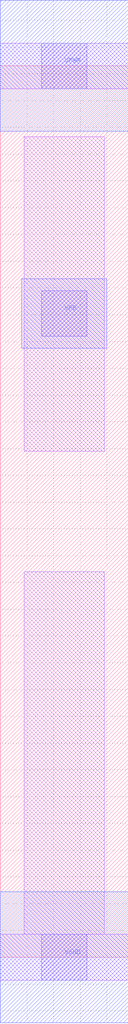
<source format=lef>
# Copyright 2020 The SkyWater PDK Authors
#
# Licensed under the Apache License, Version 2.0 (the "License");
# you may not use this file except in compliance with the License.
# You may obtain a copy of the License at
#
#     https://www.apache.org/licenses/LICENSE-2.0
#
# Unless required by applicable law or agreed to in writing, software
# distributed under the License is distributed on an "AS IS" BASIS,
# WITHOUT WARRANTIES OR CONDITIONS OF ANY KIND, either express or implied.
# See the License for the specific language governing permissions and
# limitations under the License.
#
# SPDX-License-Identifier: Apache-2.0

VERSION 5.7 ;
  NAMESCASESENSITIVE ON ;
  NOWIREEXTENSIONATPIN ON ;
  DIVIDERCHAR "/" ;
  BUSBITCHARS "[]" ;
UNITS
  DATABASE MICRONS 200 ;
END UNITS
MACRO sky130_fd_sc_hs__tapvgnd2_1
  CLASS CORE ;
  SOURCE USER ;
  FOREIGN sky130_fd_sc_hs__tapvgnd2_1 ;
  ORIGIN  0.000000  0.000000 ;
  SIZE  0.480000 BY  3.330000 ;
  SYMMETRY X Y ;
  SITE unit ;
  PIN VGND
    DIRECTION INOUT ;
    USE GROUND ;
    PORT
      LAYER met1 ;
        RECT 0.000000 -0.245000 0.480000 0.245000 ;
    END
  END VGND
  PIN VPB
    DIRECTION INOUT ;
    USE POWER ;
    PORT
      LAYER met1 ;
        RECT 0.080000 2.275000 0.400000 2.535000 ;
    END
  END VPB
  PIN VPWR
    DIRECTION INOUT ;
    USE POWER ;
    PORT
      LAYER met1 ;
        RECT 0.000000 3.085000 0.480000 3.575000 ;
    END
  END VPWR
  OBS
    LAYER li1 ;
      RECT 0.000000 -0.085000 0.480000 0.085000 ;
      RECT 0.000000  3.245000 0.480000 3.415000 ;
      RECT 0.090000  0.085000 0.390000 1.440000 ;
      RECT 0.090000  1.890000 0.390000 3.065000 ;
    LAYER mcon ;
      RECT 0.155000 -0.085000 0.325000 0.085000 ;
      RECT 0.155000  2.320000 0.325000 2.490000 ;
      RECT 0.155000  3.245000 0.325000 3.415000 ;
  END
END sky130_fd_sc_hs__tapvgnd2_1
END LIBRARY

</source>
